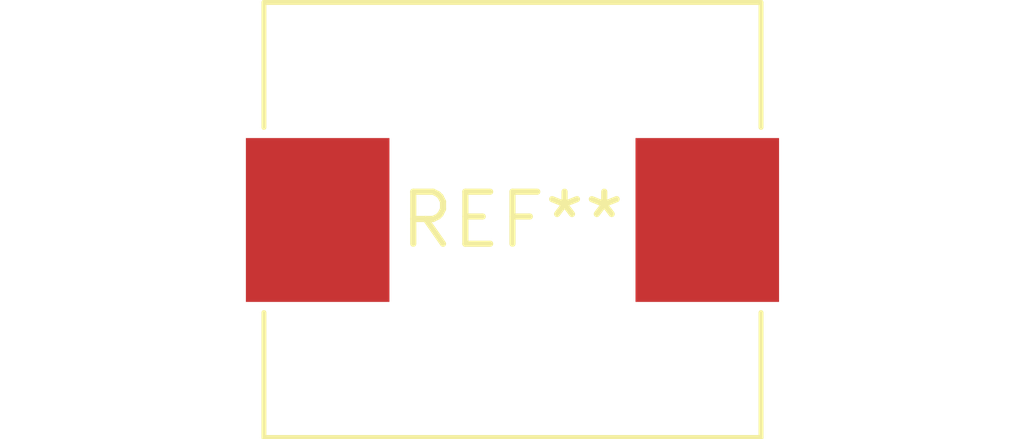
<source format=kicad_pcb>
(kicad_pcb (version 20240108) (generator pcbnew)
  (layers (0 "F.Cu" signal) (31 "B.Cu" signal) (34 "B.Paste" user) (35 "F.Paste" user) (36 "B.SilkS" user "B.Silkscreen") (37 "F.SilkS" user "F.Silkscreen") (38 "B.Mask" user) (39 "F.Mask" user) (44 "Edge.Cuts" user))
  (net 0 "")
  (footprint "L_Chilisin_BMRF00101040" (layer "F.Cu") (at 0 0)
    (property "Reference" "REF**")
    (property "Value" "L_Chilisin_BMRF00101040")
    (fp_line (start -6.06 -5.31) (end -6.06 -2.26) (layer "F.SilkS") (stroke (width 0.12)))
    (fp_line (start -6.06 -5.31) (end 6.06 -5.31) (layer "F.SilkS") (stroke (width 0.12)))
    (fp_line (start -6.06 5.31) (end -6.06 2.26) (layer "F.SilkS") (stroke (width 0.12)))
    (fp_line (start -6.06 5.31) (end 6.06 5.31) (layer "F.SilkS") (stroke (width 0.12)))
    (fp_line (start 6.06 -5.31) (end 6.06 -2.26) (layer "F.SilkS") (stroke (width 0.12)))
    (fp_line (start 6.06 5.31) (end 6.06 2.26) (layer "F.SilkS") (stroke (width 0.12)))
    (pad "1" smd rect (at -4.75 0) (size 3.5 4) (layers "F.Cu" "F.Paste" "F.Mask"))
    (pad "2" smd rect (at 4.75 0) (size 3.5 4) (layers "F.Cu" "F.Paste" "F.Mask"))
  )
)
</source>
